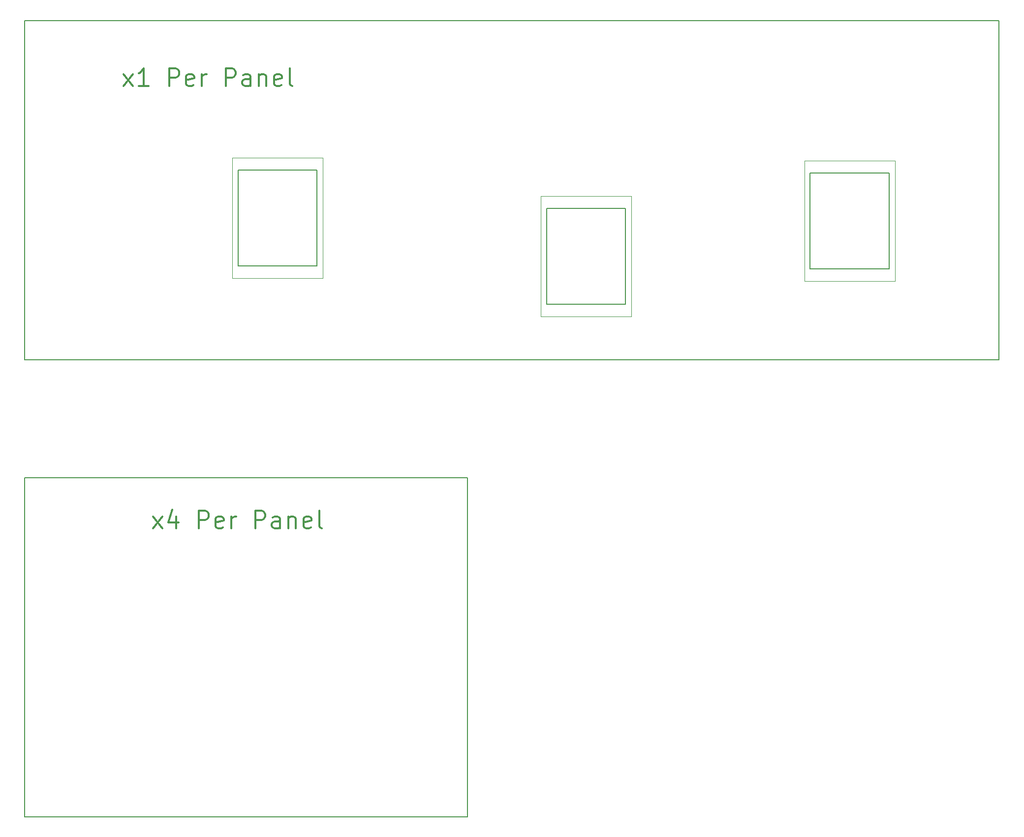
<source format=gbr>
G04 #@! TF.GenerationSoftware,KiCad,Pcbnew,(5.1.9)-1*
G04 #@! TF.CreationDate,2021-03-12T17:13:45-06:00*
G04 #@! TF.ProjectId,Torch Module,546f7263-6820-44d6-9f64-756c652e6b69,rev?*
G04 #@! TF.SameCoordinates,Original*
G04 #@! TF.FileFunction,OtherDrawing,Comment*
%FSLAX46Y46*%
G04 Gerber Fmt 4.6, Leading zero omitted, Abs format (unit mm)*
G04 Created by KiCad (PCBNEW (5.1.9)-1) date 2021-03-12 17:13:45*
%MOMM*%
%LPD*%
G01*
G04 APERTURE LIST*
%ADD10C,0.150000*%
%ADD11C,0.300000*%
%ADD12C,0.100000*%
%ADD13C,0.200000*%
G04 APERTURE END LIST*
D10*
X63500000Y-101600000D02*
X231140000Y-101600000D01*
X63500000Y-43180000D02*
X63500000Y-101600000D01*
X231140000Y-43180000D02*
X63500000Y-43180000D01*
X231140000Y-101600000D02*
X231140000Y-43180000D01*
X63500000Y-180340000D02*
X63500000Y-121920000D01*
X139700000Y-180340000D02*
X63500000Y-180340000D01*
X139700000Y-121920000D02*
X139700000Y-180340000D01*
X63500000Y-121920000D02*
X139700000Y-121920000D01*
D11*
X85576000Y-130643142D02*
X87147428Y-128643142D01*
X85576000Y-128643142D02*
X87147428Y-130643142D01*
X89576000Y-128643142D02*
X89576000Y-130643142D01*
X88861714Y-127500285D02*
X88147428Y-129643142D01*
X90004571Y-129643142D01*
X93433142Y-130643142D02*
X93433142Y-127643142D01*
X94576000Y-127643142D01*
X94861714Y-127786000D01*
X95004571Y-127928857D01*
X95147428Y-128214571D01*
X95147428Y-128643142D01*
X95004571Y-128928857D01*
X94861714Y-129071714D01*
X94576000Y-129214571D01*
X93433142Y-129214571D01*
X97576000Y-130500285D02*
X97290285Y-130643142D01*
X96718857Y-130643142D01*
X96433142Y-130500285D01*
X96290285Y-130214571D01*
X96290285Y-129071714D01*
X96433142Y-128786000D01*
X96718857Y-128643142D01*
X97290285Y-128643142D01*
X97576000Y-128786000D01*
X97718857Y-129071714D01*
X97718857Y-129357428D01*
X96290285Y-129643142D01*
X99004571Y-130643142D02*
X99004571Y-128643142D01*
X99004571Y-129214571D02*
X99147428Y-128928857D01*
X99290285Y-128786000D01*
X99576000Y-128643142D01*
X99861714Y-128643142D01*
X103147428Y-130643142D02*
X103147428Y-127643142D01*
X104290285Y-127643142D01*
X104576000Y-127786000D01*
X104718857Y-127928857D01*
X104861714Y-128214571D01*
X104861714Y-128643142D01*
X104718857Y-128928857D01*
X104576000Y-129071714D01*
X104290285Y-129214571D01*
X103147428Y-129214571D01*
X107433142Y-130643142D02*
X107433142Y-129071714D01*
X107290285Y-128786000D01*
X107004571Y-128643142D01*
X106433142Y-128643142D01*
X106147428Y-128786000D01*
X107433142Y-130500285D02*
X107147428Y-130643142D01*
X106433142Y-130643142D01*
X106147428Y-130500285D01*
X106004571Y-130214571D01*
X106004571Y-129928857D01*
X106147428Y-129643142D01*
X106433142Y-129500285D01*
X107147428Y-129500285D01*
X107433142Y-129357428D01*
X108861714Y-128643142D02*
X108861714Y-130643142D01*
X108861714Y-128928857D02*
X109004571Y-128786000D01*
X109290285Y-128643142D01*
X109718857Y-128643142D01*
X110004571Y-128786000D01*
X110147428Y-129071714D01*
X110147428Y-130643142D01*
X112718857Y-130500285D02*
X112433142Y-130643142D01*
X111861714Y-130643142D01*
X111575999Y-130500285D01*
X111433142Y-130214571D01*
X111433142Y-129071714D01*
X111575999Y-128786000D01*
X111861714Y-128643142D01*
X112433142Y-128643142D01*
X112718857Y-128786000D01*
X112861714Y-129071714D01*
X112861714Y-129357428D01*
X111433142Y-129643142D01*
X114575999Y-130643142D02*
X114290285Y-130500285D01*
X114147428Y-130214571D01*
X114147428Y-127643142D01*
X80496000Y-54443142D02*
X82067428Y-52443142D01*
X80496000Y-52443142D02*
X82067428Y-54443142D01*
X84781714Y-54443142D02*
X83067428Y-54443142D01*
X83924571Y-54443142D02*
X83924571Y-51443142D01*
X83638857Y-51871714D01*
X83353142Y-52157428D01*
X83067428Y-52300285D01*
X88353142Y-54443142D02*
X88353142Y-51443142D01*
X89496000Y-51443142D01*
X89781714Y-51586000D01*
X89924571Y-51728857D01*
X90067428Y-52014571D01*
X90067428Y-52443142D01*
X89924571Y-52728857D01*
X89781714Y-52871714D01*
X89496000Y-53014571D01*
X88353142Y-53014571D01*
X92496000Y-54300285D02*
X92210285Y-54443142D01*
X91638857Y-54443142D01*
X91353142Y-54300285D01*
X91210285Y-54014571D01*
X91210285Y-52871714D01*
X91353142Y-52586000D01*
X91638857Y-52443142D01*
X92210285Y-52443142D01*
X92496000Y-52586000D01*
X92638857Y-52871714D01*
X92638857Y-53157428D01*
X91210285Y-53443142D01*
X93924571Y-54443142D02*
X93924571Y-52443142D01*
X93924571Y-53014571D02*
X94067428Y-52728857D01*
X94210285Y-52586000D01*
X94496000Y-52443142D01*
X94781714Y-52443142D01*
X98067428Y-54443142D02*
X98067428Y-51443142D01*
X99210285Y-51443142D01*
X99496000Y-51586000D01*
X99638857Y-51728857D01*
X99781714Y-52014571D01*
X99781714Y-52443142D01*
X99638857Y-52728857D01*
X99496000Y-52871714D01*
X99210285Y-53014571D01*
X98067428Y-53014571D01*
X102353142Y-54443142D02*
X102353142Y-52871714D01*
X102210285Y-52586000D01*
X101924571Y-52443142D01*
X101353142Y-52443142D01*
X101067428Y-52586000D01*
X102353142Y-54300285D02*
X102067428Y-54443142D01*
X101353142Y-54443142D01*
X101067428Y-54300285D01*
X100924571Y-54014571D01*
X100924571Y-53728857D01*
X101067428Y-53443142D01*
X101353142Y-53300285D01*
X102067428Y-53300285D01*
X102353142Y-53157428D01*
X103781714Y-52443142D02*
X103781714Y-54443142D01*
X103781714Y-52728857D02*
X103924571Y-52586000D01*
X104210285Y-52443142D01*
X104638857Y-52443142D01*
X104924571Y-52586000D01*
X105067428Y-52871714D01*
X105067428Y-54443142D01*
X107638857Y-54300285D02*
X107353142Y-54443142D01*
X106781714Y-54443142D01*
X106495999Y-54300285D01*
X106353142Y-54014571D01*
X106353142Y-52871714D01*
X106495999Y-52586000D01*
X106781714Y-52443142D01*
X107353142Y-52443142D01*
X107638857Y-52586000D01*
X107781714Y-52871714D01*
X107781714Y-53157428D01*
X106353142Y-53443142D01*
X109495999Y-54443142D02*
X109210285Y-54300285D01*
X109067428Y-54014571D01*
X109067428Y-51443142D01*
D12*
X99202000Y-66877000D02*
X114792000Y-66877000D01*
X99202000Y-87567000D02*
X99202000Y-66877000D01*
X114792000Y-87567000D02*
X99202000Y-87567000D01*
X114792000Y-66877000D02*
X114792000Y-87567000D01*
D13*
X100202000Y-68967000D02*
X113792000Y-68967000D01*
X100202000Y-85477000D02*
X100202000Y-68967000D01*
X113792000Y-85477000D02*
X100202000Y-85477000D01*
X113792000Y-68967000D02*
X113792000Y-85477000D01*
X212218000Y-69469000D02*
X212218000Y-85979000D01*
X212218000Y-85979000D02*
X198628000Y-85979000D01*
X198628000Y-85979000D02*
X198628000Y-69469000D01*
X198628000Y-69469000D02*
X212218000Y-69469000D01*
D12*
X213218000Y-67379000D02*
X213218000Y-88069000D01*
X213218000Y-88069000D02*
X197628000Y-88069000D01*
X197628000Y-88069000D02*
X197628000Y-67379000D01*
X197628000Y-67379000D02*
X213218000Y-67379000D01*
X152288000Y-73473000D02*
X167878000Y-73473000D01*
X152288000Y-94163000D02*
X152288000Y-73473000D01*
X167878000Y-94163000D02*
X152288000Y-94163000D01*
X167878000Y-73473000D02*
X167878000Y-94163000D01*
D13*
X153288000Y-75563000D02*
X166878000Y-75563000D01*
X153288000Y-92073000D02*
X153288000Y-75563000D01*
X166878000Y-92073000D02*
X153288000Y-92073000D01*
X166878000Y-75563000D02*
X166878000Y-92073000D01*
M02*

</source>
